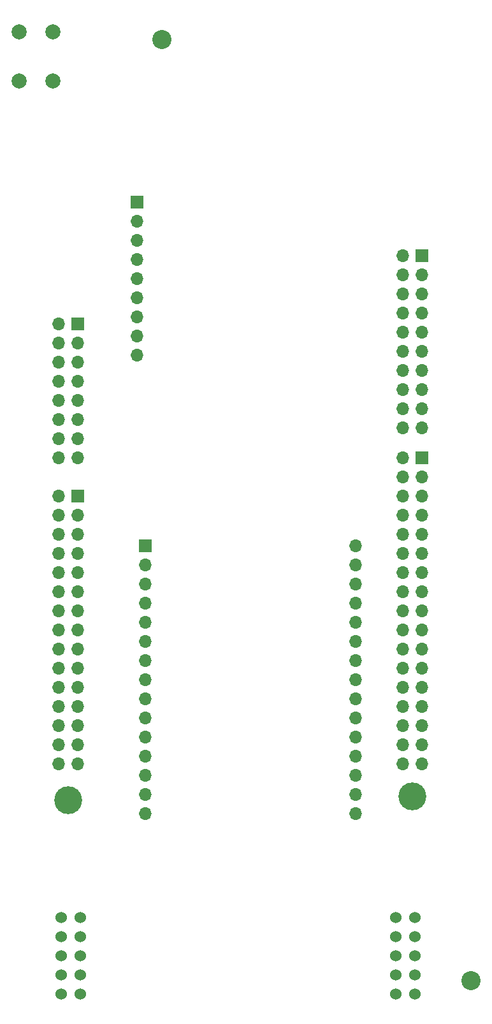
<source format=gbr>
G04 #@! TF.FileFunction,Soldermask,Bot*
%FSLAX46Y46*%
G04 Gerber Fmt 4.6, Leading zero omitted, Abs format (unit mm)*
G04 Created by KiCad (PCBNEW 4.0.7) date Mon Nov 12 23:25:46 2018*
%MOMM*%
%LPD*%
G01*
G04 APERTURE LIST*
%ADD10C,0.100000*%
%ADD11R,1.700000X1.700000*%
%ADD12O,1.700000X1.700000*%
%ADD13C,3.700000*%
%ADD14C,2.000000*%
%ADD15C,2.540000*%
%ADD16C,1.524000*%
G04 APERTURE END LIST*
D10*
D11*
X125133000Y-49564000D03*
D12*
X125133000Y-52104000D03*
X125133000Y-54644000D03*
X125133000Y-57184000D03*
X125133000Y-59724000D03*
X125133000Y-62264000D03*
X125133000Y-64804000D03*
X125133000Y-67344000D03*
X125133000Y-69884000D03*
D13*
X161750000Y-128500000D03*
X116000000Y-129000000D03*
D14*
X114000000Y-33500000D03*
X109500000Y-33500000D03*
X114000000Y-27000000D03*
X109500000Y-27000000D03*
D15*
X169500000Y-153000000D03*
X128439000Y-28032000D03*
D16*
X115100000Y-144560000D03*
X117640000Y-144560000D03*
X115100000Y-147100000D03*
X117640000Y-147100000D03*
X115100000Y-149640000D03*
X117640000Y-149640000D03*
X115100000Y-152180000D03*
X117640000Y-152180000D03*
X115100000Y-154720000D03*
X117640000Y-154720000D03*
X159550000Y-144560000D03*
X159550000Y-147100000D03*
X159550000Y-149640000D03*
X159550000Y-152180000D03*
X159550000Y-154720000D03*
X162090000Y-149640000D03*
X162090000Y-147100000D03*
X162090000Y-144560000D03*
X162090000Y-152180000D03*
X162090000Y-154720000D03*
D11*
X117263000Y-65751000D03*
D12*
X114723000Y-65751000D03*
X117263000Y-68291000D03*
X114723000Y-68291000D03*
X117263000Y-70831000D03*
X114723000Y-70831000D03*
X117263000Y-73371000D03*
X114723000Y-73371000D03*
X117263000Y-75911000D03*
X114723000Y-75911000D03*
X117263000Y-78451000D03*
X114723000Y-78451000D03*
X117263000Y-80991000D03*
X114723000Y-80991000D03*
X117263000Y-83531000D03*
X114723000Y-83531000D03*
D11*
X117263000Y-88611000D03*
D12*
X114723000Y-88611000D03*
X117263000Y-91151000D03*
X114723000Y-91151000D03*
X117263000Y-93691000D03*
X114723000Y-93691000D03*
X117263000Y-96231000D03*
X114723000Y-96231000D03*
X117263000Y-98771000D03*
X114723000Y-98771000D03*
X117263000Y-101311000D03*
X114723000Y-101311000D03*
X117263000Y-103851000D03*
X114723000Y-103851000D03*
X117263000Y-106391000D03*
X114723000Y-106391000D03*
X117263000Y-108931000D03*
X114723000Y-108931000D03*
X117263000Y-111471000D03*
X114723000Y-111471000D03*
X117263000Y-114011000D03*
X114723000Y-114011000D03*
X117263000Y-116551000D03*
X114723000Y-116551000D03*
X117263000Y-119091000D03*
X114723000Y-119091000D03*
X117263000Y-121631000D03*
X114723000Y-121631000D03*
X117263000Y-124171000D03*
X114723000Y-124171000D03*
D11*
X162983000Y-56734000D03*
D12*
X160443000Y-56734000D03*
X162983000Y-59274000D03*
X160443000Y-59274000D03*
X162983000Y-61814000D03*
X160443000Y-61814000D03*
X162983000Y-64354000D03*
X160443000Y-64354000D03*
X162983000Y-66894000D03*
X160443000Y-66894000D03*
X162983000Y-69434000D03*
X160443000Y-69434000D03*
X162983000Y-71974000D03*
X160443000Y-71974000D03*
X162983000Y-74514000D03*
X160443000Y-74514000D03*
X162983000Y-77054000D03*
X160443000Y-77054000D03*
X162983000Y-79594000D03*
X160443000Y-79594000D03*
D11*
X162983000Y-83531000D03*
D12*
X160443000Y-83531000D03*
X162983000Y-86071000D03*
X160443000Y-86071000D03*
X162983000Y-88611000D03*
X160443000Y-88611000D03*
X162983000Y-91151000D03*
X160443000Y-91151000D03*
X162983000Y-93691000D03*
X160443000Y-93691000D03*
X162983000Y-96231000D03*
X160443000Y-96231000D03*
X162983000Y-98771000D03*
X160443000Y-98771000D03*
X162983000Y-101311000D03*
X160443000Y-101311000D03*
X162983000Y-103851000D03*
X160443000Y-103851000D03*
X162983000Y-106391000D03*
X160443000Y-106391000D03*
X162983000Y-108931000D03*
X160443000Y-108931000D03*
X162983000Y-111471000D03*
X160443000Y-111471000D03*
X162983000Y-114011000D03*
X160443000Y-114011000D03*
X162983000Y-116551000D03*
X160443000Y-116551000D03*
X162983000Y-119091000D03*
X160443000Y-119091000D03*
X162983000Y-121631000D03*
X160443000Y-121631000D03*
X162983000Y-124171000D03*
X160443000Y-124171000D03*
D11*
X126280000Y-95215000D03*
D12*
X126280000Y-97755000D03*
X126280000Y-100295000D03*
X126280000Y-102835000D03*
X126280000Y-105375000D03*
X126280000Y-107915000D03*
X126280000Y-110455000D03*
X126280000Y-112995000D03*
X126280000Y-115535000D03*
X126280000Y-118075000D03*
X126280000Y-120615000D03*
X126280000Y-123155000D03*
X126280000Y-125695000D03*
X126280000Y-128235000D03*
X126280000Y-130775000D03*
X154220000Y-130775000D03*
X154220000Y-128235000D03*
X154220000Y-125695000D03*
X154220000Y-123155000D03*
X154220000Y-120615000D03*
X154220000Y-118075000D03*
X154220000Y-115535000D03*
X154220000Y-112995000D03*
X154220000Y-110455000D03*
X154220000Y-107915000D03*
X154220000Y-105375000D03*
X154220000Y-102835000D03*
X154220000Y-100295000D03*
X154220000Y-97755000D03*
X154220000Y-95215000D03*
M02*

</source>
